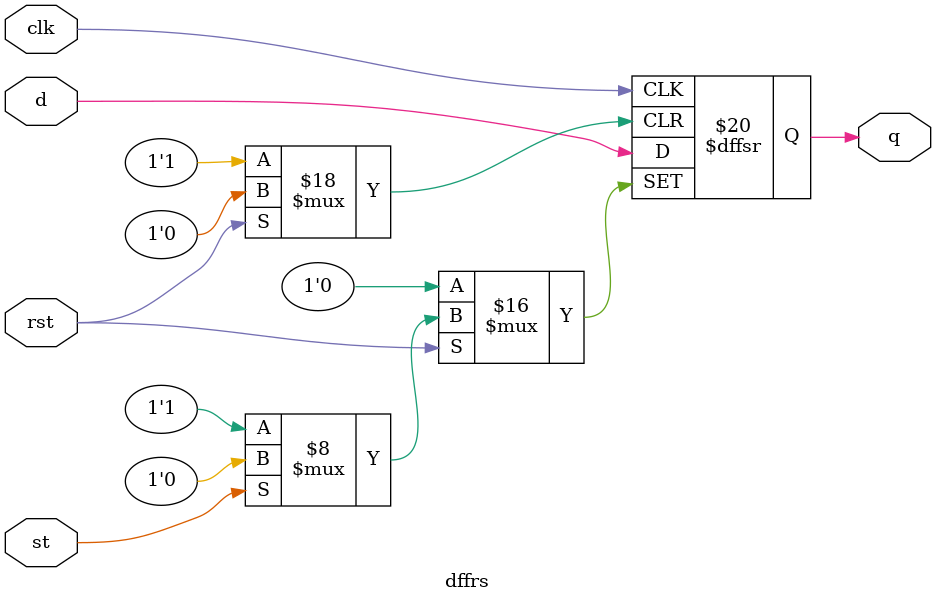
<source format=v>

module bf(y, a);
    input a;
    output y;

    assign y = a;
endmodule

// NOT
module iv(y, a);
    input a;
    output y;

    assign y = ~a;
endmodule

// ANDs
// 2-input and
module ad2(y, a, b);
    input a, b;
    output y;

    assign y = a & b;
endmodule

// 3-input and
module ad3(y, a, b, c);
    input a, b, c;
    output y;

    assign y = a & b & c;
endmodule

// 4-input and
module ad4(y, a, b, c, d);
    input a, b, c, d;
    output y;

    assign y = a & b & c & d;
endmodule

// 5-input and
module ad5(y, a, b, c, d, e);
    input a, b, c, d, e;
    output y;

    assign y = a & b & c & d & e;
endmodule

// 6-input and
module ad6(y, a, b, c, d, e, f);
    input a, b, c, d, e, f;
    output y;

    assign y = a & b & c & d & e & f;
endmodule

// 7-input and
module ad7(y, a, b, c, d, e, f, g);
    input a, b, c, d, e, f, g;
    output y;

    assign y = a & b & c & d & e & f & g;
endmodule

// NANDs
// 2-input nand
module nd2(y, a, b);
    input a, b;
    output y;

    assign y = ~(a & b);
endmodule

// 3-input nand
module nd3(y, a, b, c);
    input a, b, c;
    output y;

    assign y = ~(a & b & c);
endmodule

// 4-input nand
module nd4(y, a, b, c, d);
    input a, b, c, d;
    output y;

    assign y = ~(a & b & c & d);
endmodule

// 5-input nand
module nd5(y, a, b, c, d, e);
    input a, b, c, d, e;
    output y;

    assign y = ~(a & b & c & d & e);
endmodule

// 6-input nand
module nd6(y, a, b, c, d, e, f);
    input a, b, c, d, e, f;
    output y;

    assign y = ~(a & b & c & d & e & f);
endmodule

// 7-input nand
module nd7(y, a, b, c, d, e, f, g);
    input a, b, c, d, e, f, g;
    output y;

    assign y = ~(a & b & c & d & e & f & g);
endmodule

// ORs
// 2-input or
module or2(y, a, b);
    input a, b;
    output y;

    assign y = a | b;
endmodule

// 3-input or
module or3(y, a, b, c);
    input a, b, c;
    output y;

    assign y = a | b | c;
endmodule

// 4-input or
module or4(y, a, b, c, d);
    input a, b, c, d;
    output y;

    assign y = a | b | c | d;
endmodule

// 5-input or
module or5(y, a, b, c, d, e);
    input a, b, c, d, e;
    output y;

    assign y = a | b | c | d | e;
endmodule

// 6-input or
module or6(y, a, b, c, d, e, f);
    input a, b, c, d, e, f;
    output y;

    assign y = a | b | c | d | e | f;
endmodule

// 7-input or 
module or7(y, a, b, c, d, e, f, g);
    input a, b, c, d, e, f, g;
    output y;

    assign y = a | b | c | d | e | f | g;
endmodule

// NORs
// 2-input nor
module nr2(y, a, b);
    input a, b;
    output y;

    assign y = ~(a | b);
endmodule

// 3-input nor
module nr3(y, a, b, c);
    input a, b, c;
    output y;

    assign y = ~(a | b | c);
endmodule

// 4-input nor
module nr4(y, a, b, c, d);
    input a, b, c, d;
    output y;

    assign y = ~(a | b | c | d);
endmodule

// 5-input nor
module nr5(y, a, b, c, d, e);
    input a, b, c, d, e;
    output y;

    assign y = ~(a | b | c | d | e);
endmodule

// 6-input nor
module nr6(y, a, b, c, d, e, f);
    input a, b, c, d, e, f;
    output y;

    assign y = ~(a | b | c | d | e | f);
endmodule

// 7-input nor 
module nr7(y, a, b, c, d, e, f, g);
    input a, b, c, d, e, f, g;
    output y;

    assign y = ~(a | b | c | d | e | f | g);
endmodule

// XORs
// 2-input xor
module xr2(y, a, b);
// (and와 or의 조합으로 들어가야 하지만, 여기서는 assign문 하나로 진행합니다.)
// (다만 assign 아래에 주석으로 어떻게 조합 되어 있는지 기입해서 진행)
    input a, b;
    output y;

    // wire w1, w2;

    assign y = a ^ b;
    // ORc or2(w1, a, b);
    // ANDc nd2(w2, a, b);
    // OUTXOR ad2(y, w1, w2);
endmodule

// 3-input xor
module xr3(y, a, b, c);
    input a, b, c;
    output y;

    wire w1;

    xrab xr2(w1, a, b);
    xrwc xr2(y, w1, c);
endmodule

// TRISTATE BUFFER
// inverting tri-buf
module it(y, a, e);
    input a, e;
    output y;

    assign y = (e==1'b0) ? z : (a==1'b0) ? 1 : 0;
endmodule

// inverting enable tri-buf
module ite(y, a, e);
    input a, e;
    output y;

    assign y = (e==1'b1) ? z : (a==1'b0) ? 1 : 0;
endmodule

// non-inverting tri-buf
module nit(y, a, e);
    input a, e;
    output y;

    assign y = (e==1'b0) ? z : (a==1'b0) ? 0 : 1;
endmodule

// non-inverting enable tri-buf
module nite(y, a, e);
    input a, e;
    output y;

    assign y = (e==1'b1) ? z : (a==1'b0) ? 0 : 1;
endmodule

// D FLIP-FLOP
// dff
module dff(clk, d, q);
    input clk, d;
    output q;

    reg q;

    always @(posedge clk) begin
        q <= d;
    end
endmodule

// dffr
module dffr(clk, rst, d, q);
    input clk, rst, d;
    output q;

    reg q;

    always @(posedge clk or negedge rst) begin
        if (rst == 1'b0) q <= 1'b0;
        else q <= d;
    end
endmodule

// dffrs
module dffrs(clk, st, rst, d, q);
    input clk, st, rst, d;
    output q;

    reg q;

    always @(posedge clk or negedge st or negedge rst) begin
        if (rst == 1'b0) q <= 1'b0;
        else if (st == 1'b0) q <= 1'b1;
        else q <= d;
    end
endmodule
</source>
